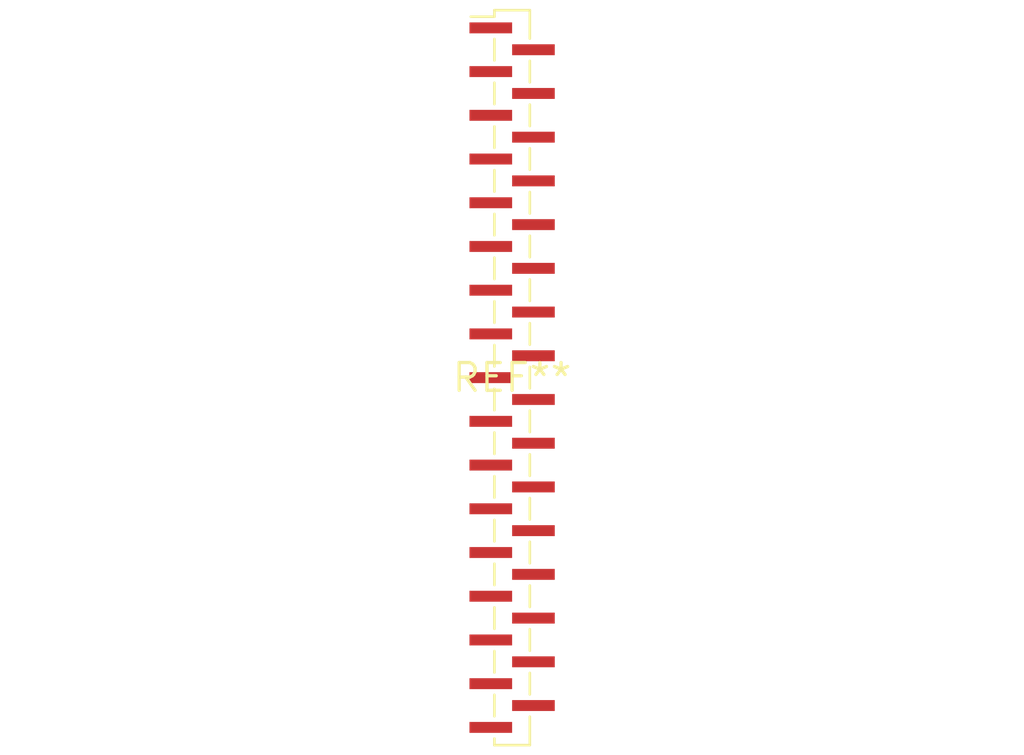
<source format=kicad_pcb>
(kicad_pcb (version 20240108) (generator pcbnew)
  (layers (0 "F.Cu" signal) (31 "B.Cu" signal) (34 "B.Paste" user) (35 "F.Paste" user) (36 "B.SilkS" user "B.Silkscreen") (37 "F.SilkS" user "F.Silkscreen") (38 "B.Mask" user) (39 "F.Mask" user) (44 "Edge.Cuts" user))
  (net 0 "")
  (footprint "PinSocket_1x33_P1.00mm_Vertical_SMD_Pin1Left" (layer "F.Cu") (at 0 0)
    (property "Reference" "REF**")
    (property "Value" "PinSocket_1x33_P1.00mm_Vertical_SMD_Pin1Left")
    (fp_line (start -1.89 -16.51) (end -0.81 -16.51) (layer "F.SilkS") (stroke (width 0.12)))
    (fp_line (start -0.81 -16.81) (end -0.81 -16.51) (layer "F.SilkS") (stroke (width 0.12)))
    (fp_line (start -0.81 -16.81) (end 0.81 -16.81) (layer "F.SilkS") (stroke (width 0.12)))
    (fp_line (start -0.81 -15.49) (end -0.81 -14.51) (layer "F.SilkS") (stroke (width 0.12)))
    (fp_line (start -0.81 -13.49) (end -0.81 -12.51) (layer "F.SilkS") (stroke (width 0.12)))
    (fp_line (start -0.81 -11.49) (end -0.81 -10.51) (layer "F.SilkS") (stroke (width 0.12)))
    (fp_line (start -0.81 -9.49) (end -0.81 -8.51) (layer "F.SilkS") (stroke (width 0.12)))
    (fp_line (start -0.81 -7.49) (end -0.81 -6.51) (layer "F.SilkS") (stroke (width 0.12)))
    (fp_line (start -0.81 -5.49) (end -0.81 -4.51) (layer "F.SilkS") (stroke (width 0.12)))
    (fp_line (start -0.81 -3.49) (end -0.81 -2.51) (layer "F.SilkS") (stroke (width 0.12)))
    (fp_line (start -0.81 -1.49) (end -0.81 -0.51) (layer "F.SilkS") (stroke (width 0.12)))
    (fp_line (start -0.81 0.51) (end -0.81 1.49) (layer "F.SilkS") (stroke (width 0.12)))
    (fp_line (start -0.81 2.51) (end -0.81 3.49) (layer "F.SilkS") (stroke (width 0.12)))
    (fp_line (start -0.81 4.51) (end -0.81 5.49) (layer "F.SilkS") (stroke (width 0.12)))
    (fp_line (start -0.81 6.51) (end -0.81 7.49) (layer "F.SilkS") (stroke (width 0.12)))
    (fp_line (start -0.81 8.51) (end -0.81 9.49) (layer "F.SilkS") (stroke (width 0.12)))
    (fp_line (start -0.81 10.51) (end -0.81 11.49) (layer "F.SilkS") (stroke (width 0.12)))
    (fp_line (start -0.81 12.51) (end -0.81 13.49) (layer "F.SilkS") (stroke (width 0.12)))
    (fp_line (start -0.81 14.51) (end -0.81 15.49) (layer "F.SilkS") (stroke (width 0.12)))
    (fp_line (start -0.81 16.51) (end -0.81 16.81) (layer "F.SilkS") (stroke (width 0.12)))
    (fp_line (start -0.81 16.81) (end 0.81 16.81) (layer "F.SilkS") (stroke (width 0.12)))
    (fp_line (start 0.81 -16.81) (end 0.81 -15.51) (layer "F.SilkS") (stroke (width 0.12)))
    (fp_line (start 0.81 -14.49) (end 0.81 -13.51) (layer "F.SilkS") (stroke (width 0.12)))
    (fp_line (start 0.81 -12.49) (end 0.81 -11.51) (layer "F.SilkS") (stroke (width 0.12)))
    (fp_line (start 0.81 -10.49) (end 0.81 -9.51) (layer "F.SilkS") (stroke (width 0.12)))
    (fp_line (start 0.81 -8.49) (end 0.81 -7.51) (layer "F.SilkS") (stroke (width 0.12)))
    (fp_line (start 0.81 -6.49) (end 0.81 -5.51) (layer "F.SilkS") (stroke (width 0.12)))
    (fp_line (start 0.81 -4.49) (end 0.81 -3.51) (layer "F.SilkS") (stroke (width 0.12)))
    (fp_line (start 0.81 -2.49) (end 0.81 -1.51) (layer "F.SilkS") (stroke (width 0.12)))
    (fp_line (start 0.81 -0.49) (end 0.81 0.49) (layer "F.SilkS") (stroke (width 0.12)))
    (fp_line (start 0.81 1.51) (end 0.81 2.49) (layer "F.SilkS") (stroke (width 0.12)))
    (fp_line (start 0.81 3.51) (end 0.81 4.49) (layer "F.SilkS") (stroke (width 0.12)))
    (fp_line (start 0.81 5.51) (end 0.81 6.49) (layer "F.SilkS") (stroke (width 0.12)))
    (fp_line (start 0.81 7.51) (end 0.81 8.49) (layer "F.SilkS") (stroke (width 0.12)))
    (fp_line (start 0.81 9.51) (end 0.81 10.49) (layer "F.SilkS") (stroke (width 0.12)))
    (fp_line (start 0.81 11.51) (end 0.81 12.49) (layer "F.SilkS") (stroke (width 0.12)))
    (fp_line (start 0.81 13.51) (end 0.81 14.49) (layer "F.SilkS") (stroke (width 0.12)))
    (fp_line (start 0.81 15.51) (end 0.81 16.81) (layer "F.SilkS") (stroke (width 0.12)))
    (pad "1" smd rect (at -0.975 -16) (size 1.95 0.5) (layers "F.Cu" "F.Paste" "F.Mask"))
    (pad "2" smd rect (at 0.975 -15) (size 1.95 0.5) (layers "F.Cu" "F.Paste" "F.Mask"))
    (pad "3" smd rect (at -0.975 -14) (size 1.95 0.5) (layers "F.Cu" "F.Paste" "F.Mask"))
    (pad "4" smd rect (at 0.975 -13) (size 1.95 0.5) (layers "F.Cu" "F.Paste" "F.Mask"))
    (pad "5" smd rect (at -0.975 -12) (size 1.95 0.5) (layers "F.Cu" "F.Paste" "F.Mask"))
    (pad "6" smd rect (at 0.975 -11) (size 1.95 0.5) (layers "F.Cu" "F.Paste" "F.Mask"))
    (pad "7" smd rect (at -0.975 -10) (size 1.95 0.5) (layers "F.Cu" "F.Paste" "F.Mask"))
    (pad "8" smd rect (at 0.975 -9) (size 1.95 0.5) (layers "F.Cu" "F.Paste" "F.Mask"))
    (pad "9" smd rect (at -0.975 -8) (size 1.95 0.5) (layers "F.Cu" "F.Paste" "F.Mask"))
    (pad "10" smd rect (at 0.975 -7) (size 1.95 0.5) (layers "F.Cu" "F.Paste" "F.Mask"))
    (pad "11" smd rect (at -0.975 -6) (size 1.95 0.5) (layers "F.Cu" "F.Paste" "F.Mask"))
    (pad "12" smd rect (at 0.975 -5) (size 1.95 0.5) (layers "F.Cu" "F.Paste" "F.Mask"))
    (pad "13" smd rect (at -0.975 -4) (size 1.95 0.5) (layers "F.Cu" "F.Paste" "F.Mask"))
    (pad "14" smd rect (at 0.975 -3) (size 1.95 0.5) (layers "F.Cu" "F.Paste" "F.Mask"))
    (pad "15" smd rect (at -0.975 -2) (size 1.95 0.5) (layers "F.Cu" "F.Paste" "F.Mask"))
    (pad "16" smd rect (at 0.975 -1) (size 1.95 0.5) (layers "F.Cu" "F.Paste" "F.Mask"))
    (pad "17" smd rect (at -0.975 0) (size 1.95 0.5) (layers "F.Cu" "F.Paste" "F.Mask"))
    (pad "18" smd rect (at 0.975 1) (size 1.95 0.5) (layers "F.Cu" "F.Paste" "F.Mask"))
    (pad "19" smd rect (at -0.975 2) (size 1.95 0.5) (layers "F.Cu" "F.Paste" "F.Mask"))
    (pad "20" smd rect (at 0.975 3) (size 1.95 0.5) (layers "F.Cu" "F.Paste" "F.Mask"))
    (pad "21" smd rect (at -0.975 4) (size 1.95 0.5) (layers "F.Cu" "F.Paste" "F.Mask"))
    (pad "22" smd rect (at 0.975 5) (size 1.95 0.5) (layers "F.Cu" "F.Paste" "F.Mask"))
    (pad "23" smd rect (at -0.975 6) (size 1.95 0.5) (layers "F.Cu" "F.Paste" "F.Mask"))
    (pad "24" smd rect (at 0.975 7) (size 1.95 0.5) (layers "F.Cu" "F.Paste" "F.Mask"))
    (pad "25" smd rect (at -0.975 8) (size 1.95 0.5) (layers "F.Cu" "F.Paste" "F.Mask"))
    (pad "26" smd rect (at 0.975 9) (size 1.95 0.5) (layers "F.Cu" "F.Paste" "F.Mask"))
    (pad "27" smd rect (at -0.975 10) (size 1.95 0.5) (layers "F.Cu" "F.Paste" "F.Mask"))
    (pad "28" smd rect (at 0.975 11) (size 1.95 0.5) (layers "F.Cu" "F.Paste" "F.Mask"))
    (pad "29" smd rect (at -0.975 12) (size 1.95 0.5) (layers "F.Cu" "F.Paste" "F.Mask"))
    (pad "30" smd rect (at 0.975 13) (size 1.95 0.5) (layers "F.Cu" "F.Paste" "F.Mask"))
    (pad "31" smd rect (at -0.975 14) (size 1.95 0.5) (layers "F.Cu" "F.Paste" "F.Mask"))
    (pad "32" smd rect (at 0.975 15) (size 1.95 0.5) (layers "F.Cu" "F.Paste" "F.Mask"))
    (pad "33" smd rect (at -0.975 16) (size 1.95 0.5) (layers "F.Cu" "F.Paste" "F.Mask"))
  )
)
</source>
